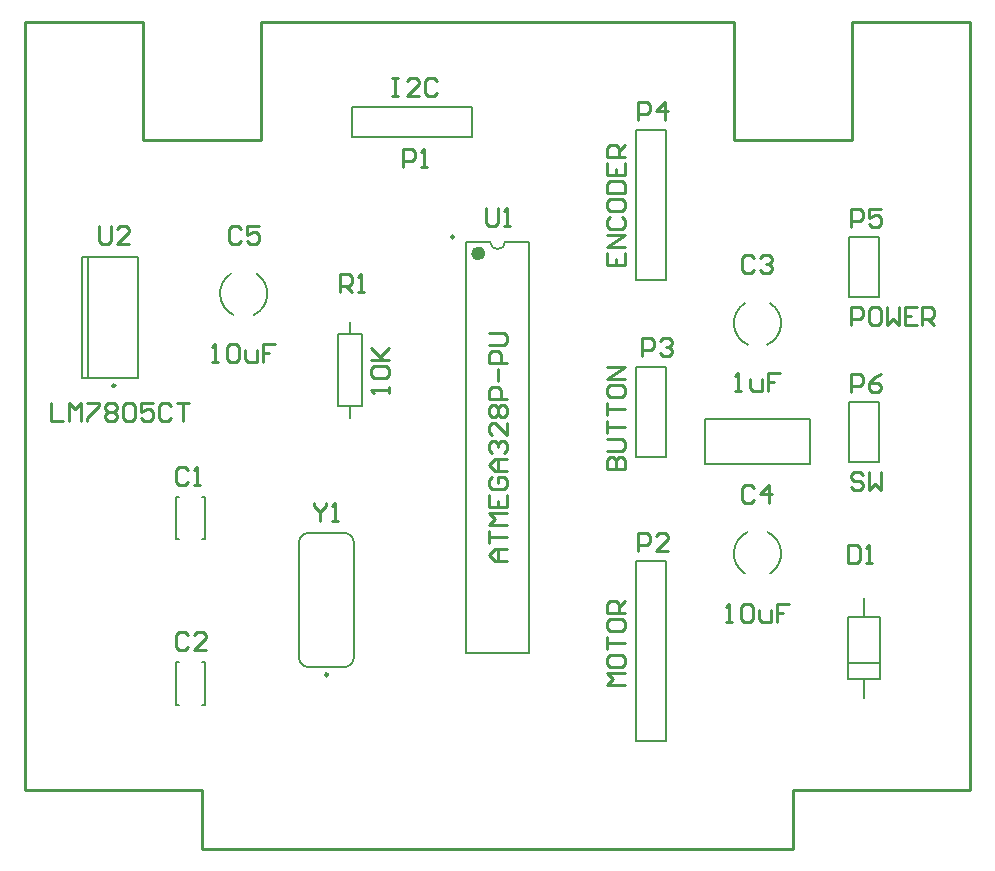
<source format=gbr>
G04*
G04 #@! TF.GenerationSoftware,Altium Limited,Altium Designer,22.5.1 (42)*
G04*
G04 Layer_Color=65535*
%FSLAX25Y25*%
%MOIN*%
G70*
G04*
G04 #@! TF.SameCoordinates,91A7FE34-10BD-4EC3-A0F0-FFE04F3D5F1F*
G04*
G04*
G04 #@! TF.FilePolarity,Positive*
G04*
G01*
G75*
%ADD10C,0.00787*%
%ADD11C,0.00984*%
%ADD12C,0.02362*%
%ADD13C,0.01000*%
D10*
X154980Y202362D02*
G03*
X159980Y202362I2500J0D01*
G01*
X240820Y105586D02*
G03*
X239862Y91785I3274J-7161D01*
G01*
X248327D02*
G03*
X247369Y105586I-4232J6640D01*
G01*
X247369Y168036D02*
G03*
X248327Y181837I-3274J7161D01*
G01*
X239862D02*
G03*
X240820Y168036I4232J-6640D01*
G01*
X94488Y105256D02*
G03*
X91240Y102008I0J-3248D01*
G01*
X109547Y102008D02*
G03*
X106299Y105256I-3248J0D01*
G01*
X106299Y60571D02*
G03*
X109547Y63819I0J3248D01*
G01*
X91240D02*
G03*
X94488Y60571I3248J0D01*
G01*
X76109Y177878D02*
G03*
X77067Y191679I-3274J7161D01*
G01*
X68602D02*
G03*
X69560Y177878I4232J-6640D01*
G01*
X50197Y103150D02*
X51279D01*
X58957D02*
X60039D01*
Y117323D01*
X50197D02*
X51279D01*
X58957D02*
X60039D01*
X50197Y103150D02*
Y117323D01*
X149016Y237126D02*
Y247126D01*
X109016Y237126D02*
X149016D01*
X109016Y247126D02*
X149016D01*
X109016Y237126D02*
Y247126D01*
X274488Y61811D02*
X284567D01*
X279528Y77165D02*
Y83614D01*
Y50244D02*
Y56693D01*
X274213D02*
X284843D01*
Y77165D01*
X274213D02*
X284843D01*
X274213Y56693D02*
Y77165D01*
X274528Y203819D02*
X284528D01*
Y183819D02*
Y203819D01*
X274528Y183819D02*
X284528D01*
X274528D02*
Y203819D01*
Y128858D02*
X284528D01*
X274528D02*
Y148858D01*
X284528D01*
Y128858D02*
Y148858D01*
X203661Y95866D02*
X213661D01*
X203661Y35866D02*
X213661D01*
X203661D02*
Y95866D01*
X213661Y35866D02*
Y95866D01*
X50197Y48031D02*
X51279D01*
X58957D02*
X60039D01*
Y62205D01*
X50197D02*
X51279D01*
X58957D02*
X60039D01*
X50197Y48031D02*
Y62205D01*
X104268Y147449D02*
X112268D01*
X104268D02*
Y171449D01*
X112268D01*
Y147449D02*
Y171449D01*
X108268Y143449D02*
Y147449D01*
Y171449D02*
Y175449D01*
X147047Y65354D02*
Y202362D01*
X167913Y65354D02*
Y202362D01*
X147047D02*
X154980D01*
X159980D02*
X167913D01*
X147047Y65354D02*
X167913D01*
X261595Y128327D02*
Y143327D01*
X226594Y128327D02*
X261595D01*
X226594D02*
Y143327D01*
X261595D01*
X21024Y156929D02*
Y197087D01*
X19055Y156929D02*
Y197087D01*
X37559Y156929D02*
Y197087D01*
X19055D02*
X37559D01*
X19055Y156929D02*
X37559D01*
X203661Y189567D02*
X213661D01*
X203661D02*
Y239567D01*
X213661Y189567D02*
Y239567D01*
X203661D02*
X213661D01*
X94488Y60571D02*
X106299D01*
X94488Y105256D02*
X106299D01*
X91240Y63819D02*
Y102008D01*
X109547Y63819D02*
Y102008D01*
X213661Y130669D02*
Y160669D01*
X203661D02*
X213661D01*
X203661Y130669D02*
Y160669D01*
Y130669D02*
X213661D01*
D11*
X142973Y203976D02*
G03*
X142973Y203976I-492J0D01*
G01*
X30020Y154370D02*
G03*
X30020Y154370I-492J0D01*
G01*
X100886Y58012D02*
G03*
X100886Y58012I-492J0D01*
G01*
D12*
X152165Y198425D02*
G03*
X152165Y198425I-1181J0D01*
G01*
D13*
X236221Y236221D02*
X275590D01*
X39370D02*
X78740D01*
Y275590D02*
X236221D01*
Y236221D02*
Y275590D01*
X275590Y236221D02*
Y275590D01*
X314961D01*
X78740Y236221D02*
Y275590D01*
X39370Y236221D02*
Y275590D01*
X0D02*
X39370D01*
X314961Y19685D02*
Y275590D01*
X0Y19685D02*
Y275590D01*
X59055Y0D02*
X255906D01*
Y19685D01*
X255906D02*
X314961D01*
X59055Y0D02*
Y19685D01*
X0D02*
X59055D01*
X96395Y115204D02*
Y114204D01*
X98394Y112205D01*
X100394Y114204D01*
Y115204D01*
X98394Y112205D02*
Y109206D01*
X102393D02*
X104392D01*
X103393D01*
Y115204D01*
X102393Y114204D01*
X24529Y207723D02*
Y202725D01*
X25529Y201725D01*
X27528D01*
X28528Y202725D01*
Y207723D01*
X34526Y201725D02*
X30527D01*
X34526Y205724D01*
Y206724D01*
X33526Y207723D01*
X31527D01*
X30527Y206724D01*
X8504Y148668D02*
Y142670D01*
X12502D01*
X14502D02*
Y148668D01*
X16501Y146669D01*
X18500Y148668D01*
Y142670D01*
X20500Y148668D02*
X24498D01*
Y147669D01*
X20500Y143670D01*
Y142670D01*
X26498Y147669D02*
X27497Y148668D01*
X29497D01*
X30496Y147669D01*
Y146669D01*
X29497Y145669D01*
X30496Y144670D01*
Y143670D01*
X29497Y142670D01*
X27497D01*
X26498Y143670D01*
Y144670D01*
X27497Y145669D01*
X26498Y146669D01*
Y147669D01*
X27497Y145669D02*
X29497D01*
X32496Y147669D02*
X33495Y148668D01*
X35495D01*
X36494Y147669D01*
Y143670D01*
X35495Y142670D01*
X33495D01*
X32496Y143670D01*
Y147669D01*
X42492Y148668D02*
X38494D01*
Y145669D01*
X40493Y146669D01*
X41493D01*
X42492Y145669D01*
Y143670D01*
X41493Y142670D01*
X39494D01*
X38494Y143670D01*
X48491Y147669D02*
X47491Y148668D01*
X45492D01*
X44492Y147669D01*
Y143670D01*
X45492Y142670D01*
X47491D01*
X48491Y143670D01*
X50490Y148668D02*
X54489D01*
X52489D01*
Y142670D01*
X153482Y213629D02*
Y208630D01*
X154481Y207631D01*
X156481D01*
X157480Y208630D01*
Y213629D01*
X159480Y207631D02*
X161479D01*
X160479D01*
Y213629D01*
X159480Y212629D01*
X160479Y95871D02*
X156481D01*
X154481Y97870D01*
X156481Y99869D01*
X160479D01*
X157480D01*
Y95871D01*
X154481Y101869D02*
Y105867D01*
Y103868D01*
X160479D01*
Y107867D02*
X154481D01*
X156481Y109866D01*
X154481Y111865D01*
X160479D01*
X154481Y117863D02*
Y113865D01*
X160479D01*
Y117863D01*
X157480Y113865D02*
Y115864D01*
X155481Y123862D02*
X154481Y122862D01*
Y120862D01*
X155481Y119863D01*
X159480D01*
X160479Y120862D01*
Y122862D01*
X159480Y123862D01*
X157480D01*
Y121862D01*
X160479Y125861D02*
X156481D01*
X154481Y127860D01*
X156481Y129859D01*
X160479D01*
X157480D01*
Y125861D01*
X155481Y131859D02*
X154481Y132859D01*
Y134858D01*
X155481Y135858D01*
X156481D01*
X157480Y134858D01*
Y133858D01*
Y134858D01*
X158480Y135858D01*
X159480D01*
X160479Y134858D01*
Y132859D01*
X159480Y131859D01*
X160479Y141856D02*
Y137857D01*
X156481Y141856D01*
X155481D01*
X154481Y140856D01*
Y138857D01*
X155481Y137857D01*
Y143855D02*
X154481Y144855D01*
Y146854D01*
X155481Y147854D01*
X156481D01*
X157480Y146854D01*
X158480Y147854D01*
X159480D01*
X160479Y146854D01*
Y144855D01*
X159480Y143855D01*
X158480D01*
X157480Y144855D01*
X156481Y143855D01*
X155481D01*
X157480Y144855D02*
Y146854D01*
X160479Y149853D02*
X154481D01*
Y152852D01*
X155481Y153852D01*
X157480D01*
X158480Y152852D01*
Y149853D01*
X157480Y155851D02*
Y159850D01*
X160479Y161849D02*
X154481D01*
Y164848D01*
X155481Y165848D01*
X157480D01*
X158480Y164848D01*
Y161849D01*
X154481Y167847D02*
X159480D01*
X160479Y168847D01*
Y170846D01*
X159480Y171846D01*
X154481D01*
X104906Y185643D02*
Y191641D01*
X107905D01*
X108905Y190642D01*
Y188642D01*
X107905Y187643D01*
X104906D01*
X106906D02*
X108905Y185643D01*
X110904D02*
X112904D01*
X111904D01*
Y191641D01*
X110904Y190642D01*
X121109Y151951D02*
Y153951D01*
Y152951D01*
X115111D01*
X116111Y151951D01*
Y156950D02*
X115111Y157949D01*
Y159949D01*
X116111Y160948D01*
X120110D01*
X121109Y159949D01*
Y157949D01*
X120110Y156950D01*
X116111D01*
X115111Y162948D02*
X121109D01*
X119110D01*
X115111Y166946D01*
X118110Y163947D01*
X121109Y166946D01*
X275106Y152243D02*
Y158241D01*
X278105D01*
X279105Y157242D01*
Y155242D01*
X278105Y154243D01*
X275106D01*
X285103Y158241D02*
X283104Y157242D01*
X281104Y155242D01*
Y153243D01*
X282104Y152243D01*
X284103D01*
X285103Y153243D01*
Y154243D01*
X284103Y155242D01*
X281104D01*
X279105Y124442D02*
X278105Y125441D01*
X276106D01*
X275106Y124442D01*
Y123442D01*
X276106Y122442D01*
X278105D01*
X279105Y121443D01*
Y120443D01*
X278105Y119443D01*
X276106D01*
X275106Y120443D01*
X281104Y125441D02*
Y119443D01*
X283104Y121443D01*
X285103Y119443D01*
Y125441D01*
X275106Y207243D02*
Y213241D01*
X278105D01*
X279105Y212242D01*
Y210242D01*
X278105Y209243D01*
X275106D01*
X285103Y213241D02*
X281104D01*
Y210242D01*
X283104Y211242D01*
X284103D01*
X285103Y210242D01*
Y208243D01*
X284103Y207243D01*
X282104D01*
X281104Y208243D01*
X275106Y174443D02*
Y180441D01*
X278105D01*
X279105Y179442D01*
Y177442D01*
X278105Y176443D01*
X275106D01*
X284103Y180441D02*
X282104D01*
X281104Y179442D01*
Y175443D01*
X282104Y174443D01*
X284103D01*
X285103Y175443D01*
Y179442D01*
X284103Y180441D01*
X287102D02*
Y174443D01*
X289102Y176443D01*
X291101Y174443D01*
Y180441D01*
X297099D02*
X293101D01*
Y174443D01*
X297099D01*
X293101Y177442D02*
X295100D01*
X299098Y174443D02*
Y180441D01*
X302098D01*
X303097Y179442D01*
Y177442D01*
X302098Y176443D01*
X299098D01*
X301098D02*
X303097Y174443D01*
X204306Y243006D02*
Y249004D01*
X207305D01*
X208305Y248005D01*
Y246005D01*
X207305Y245006D01*
X204306D01*
X213303Y243006D02*
Y249004D01*
X210304Y246005D01*
X214303D01*
X193851Y198572D02*
Y194573D01*
X199849D01*
Y198572D01*
X196850Y194573D02*
Y196573D01*
X199849Y200571D02*
X193851D01*
X199849Y204570D01*
X193851D01*
X194851Y210568D02*
X193851Y209569D01*
Y207569D01*
X194851Y206570D01*
X198850D01*
X199849Y207569D01*
Y209569D01*
X198850Y210568D01*
X193851Y215566D02*
Y213567D01*
X194851Y212567D01*
X198850D01*
X199849Y213567D01*
Y215566D01*
X198850Y216566D01*
X194851D01*
X193851Y215566D01*
Y218566D02*
X199849D01*
Y221565D01*
X198850Y222564D01*
X194851D01*
X193851Y221565D01*
Y218566D01*
Y228562D02*
Y224564D01*
X199849D01*
Y228562D01*
X196850Y224564D02*
Y226563D01*
X199849Y230562D02*
X193851D01*
Y233561D01*
X194851Y234560D01*
X196850D01*
X197850Y233561D01*
Y230562D01*
Y232561D02*
X199849Y234560D01*
X205631Y164324D02*
Y170322D01*
X208631D01*
X209630Y169322D01*
Y167323D01*
X208631Y166323D01*
X205631D01*
X211630Y169322D02*
X212629Y170322D01*
X214629D01*
X215628Y169322D01*
Y168323D01*
X214629Y167323D01*
X213629D01*
X214629D01*
X215628Y166323D01*
Y165323D01*
X214629Y164324D01*
X212629D01*
X211630Y165323D01*
X193851Y126706D02*
X199849D01*
Y129705D01*
X198850Y130705D01*
X197850D01*
X196850Y129705D01*
Y126706D01*
Y129705D01*
X195851Y130705D01*
X194851D01*
X193851Y129705D01*
Y126706D01*
Y132704D02*
X198850D01*
X199849Y133704D01*
Y135703D01*
X198850Y136703D01*
X193851D01*
Y138702D02*
Y142701D01*
Y140702D01*
X199849D01*
X193851Y144701D02*
Y148699D01*
Y146700D01*
X199849D01*
X193851Y153698D02*
Y151698D01*
X194851Y150698D01*
X198850D01*
X199849Y151698D01*
Y153698D01*
X198850Y154697D01*
X194851D01*
X193851Y153698D01*
X199849Y156697D02*
X193851D01*
X199849Y160695D01*
X193851D01*
X204306Y99306D02*
Y105304D01*
X207305D01*
X208305Y104305D01*
Y102305D01*
X207305Y101306D01*
X204306D01*
X214303Y99306D02*
X210304D01*
X214303Y103305D01*
Y104305D01*
X213303Y105304D01*
X211304D01*
X210304Y104305D01*
X199849Y54745D02*
X193851D01*
X195851Y56744D01*
X193851Y58743D01*
X199849D01*
X193851Y63742D02*
Y61742D01*
X194851Y60743D01*
X198850D01*
X199849Y61742D01*
Y63742D01*
X198850Y64741D01*
X194851D01*
X193851Y63742D01*
Y66741D02*
Y70740D01*
Y68740D01*
X199849D01*
X193851Y75738D02*
Y73739D01*
X194851Y72739D01*
X198850D01*
X199849Y73739D01*
Y75738D01*
X198850Y76738D01*
X194851D01*
X193851Y75738D01*
X199849Y78737D02*
X193851D01*
Y81736D01*
X194851Y82736D01*
X196850D01*
X197850Y81736D01*
Y78737D01*
Y80736D02*
X199849Y82736D01*
X125923Y227316D02*
Y233314D01*
X128922D01*
X129921Y232314D01*
Y230315D01*
X128922Y229315D01*
X125923D01*
X131921Y227316D02*
X133920D01*
X132920D01*
Y233314D01*
X131921Y232314D01*
X122424Y256936D02*
X124423D01*
X123423D01*
Y250938D01*
X122424D01*
X124423D01*
X131421D02*
X127422D01*
X131421Y254937D01*
Y255936D01*
X130421Y256936D01*
X128422D01*
X127422Y255936D01*
X137419D02*
X136419Y256936D01*
X134420D01*
X133420Y255936D01*
Y251938D01*
X134420Y250938D01*
X136419D01*
X137419Y251938D01*
X274406Y101241D02*
Y95243D01*
X277405D01*
X278405Y96243D01*
Y100242D01*
X277405Y101241D01*
X274406D01*
X280404Y95243D02*
X282404D01*
X281404D01*
Y101241D01*
X280404Y100242D01*
X71835Y206724D02*
X70835Y207723D01*
X68836D01*
X67836Y206724D01*
Y202725D01*
X68836Y201725D01*
X70835D01*
X71835Y202725D01*
X77833Y207723D02*
X73834D01*
Y204724D01*
X75834Y205724D01*
X76833D01*
X77833Y204724D01*
Y202725D01*
X76833Y201725D01*
X74834D01*
X73834Y202725D01*
X62338Y162355D02*
X64337D01*
X63338D01*
Y168353D01*
X62338Y167354D01*
X67336D02*
X68336Y168353D01*
X70336D01*
X71335Y167354D01*
Y163355D01*
X70336Y162355D01*
X68336D01*
X67336Y163355D01*
Y167354D01*
X73334Y166354D02*
Y163355D01*
X74334Y162355D01*
X77333D01*
Y166354D01*
X83331Y168353D02*
X79333D01*
Y165354D01*
X81332D01*
X79333D01*
Y162355D01*
X243095Y120109D02*
X242095Y121109D01*
X240096D01*
X239096Y120109D01*
Y116111D01*
X240096Y115111D01*
X242095D01*
X243095Y116111D01*
X248093Y115111D02*
Y121109D01*
X245094Y118110D01*
X249093D01*
X233598Y75741D02*
X235597D01*
X234598D01*
Y81739D01*
X233598Y80739D01*
X238596D02*
X239596Y81739D01*
X241595D01*
X242595Y80739D01*
Y76741D01*
X241595Y75741D01*
X239596D01*
X238596Y76741D01*
Y80739D01*
X244594Y79740D02*
Y76741D01*
X245594Y75741D01*
X248593D01*
Y79740D01*
X254591Y81739D02*
X250592D01*
Y78740D01*
X252592D01*
X250592D01*
Y75741D01*
X243095Y196881D02*
X242095Y197881D01*
X240096D01*
X239096Y196881D01*
Y192883D01*
X240096Y191883D01*
X242095D01*
X243095Y192883D01*
X245094Y196881D02*
X246094Y197881D01*
X248093D01*
X249093Y196881D01*
Y195881D01*
X248093Y194882D01*
X247094D01*
X248093D01*
X249093Y193882D01*
Y192883D01*
X248093Y191883D01*
X246094D01*
X245094Y192883D01*
X236597Y152513D02*
X238596D01*
X237597D01*
Y158511D01*
X236597Y157511D01*
X241595Y156511D02*
Y153512D01*
X242595Y152513D01*
X245594D01*
Y156511D01*
X251592Y158511D02*
X247593D01*
Y155512D01*
X249593D01*
X247593D01*
Y152513D01*
X54405Y71205D02*
X53405Y72204D01*
X51406D01*
X50406Y71205D01*
Y67206D01*
X51406Y66206D01*
X53405D01*
X54405Y67206D01*
X60403Y66206D02*
X56404D01*
X60403Y70205D01*
Y71205D01*
X59403Y72204D01*
X57404D01*
X56404Y71205D01*
X54405Y126305D02*
X53405Y127304D01*
X51406D01*
X50406Y126305D01*
Y122306D01*
X51406Y121306D01*
X53405D01*
X54405Y122306D01*
X56404Y121306D02*
X58404D01*
X57404D01*
Y127304D01*
X56404Y126305D01*
M02*

</source>
